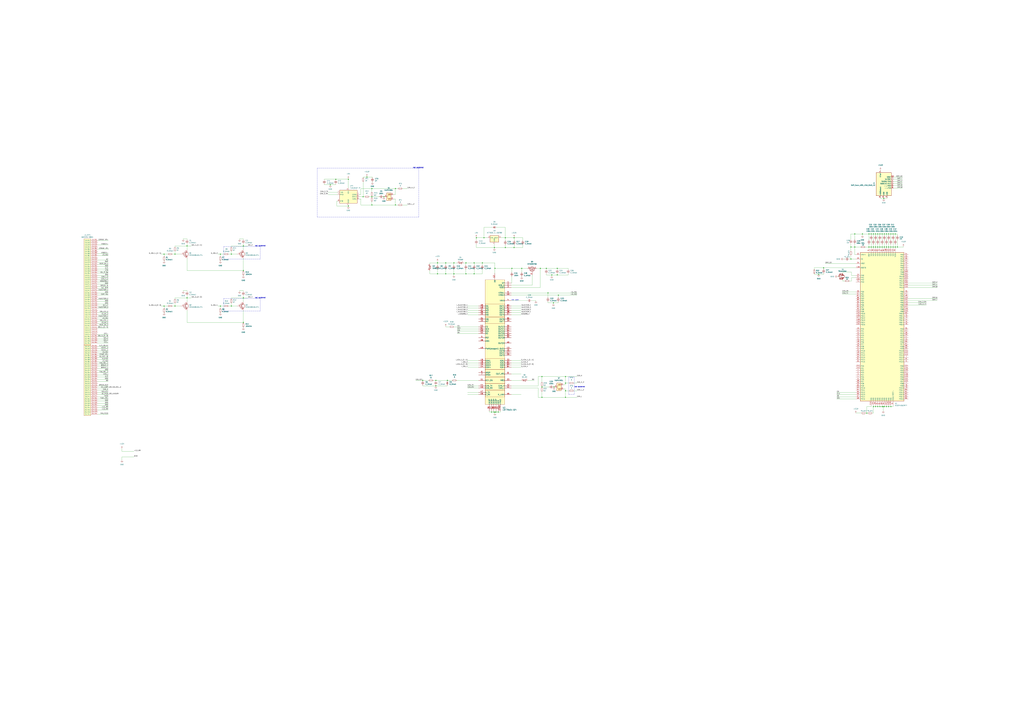
<source format=kicad_sch>
(kicad_sch (version 20211123) (generator eeschema)
  (paper "A0")
  (junction (at 1031.875 472.44))
  (junction (at 656.59 461.645))
  (junction (at 642.62 351.79))
  (junction (at 1024.255 287.02))
  (junction (at 1019.175 271.78))
  (junction (at 431.8 228.6))
  (junction (at 574.04 287.655))
  (junction (at 1001.395 271.78))
  (junction (at 550.545 305.435))
  (junction (at 988.06 300.99))
  (junction (at 431.8 238.125))
  (junction (at 1021.715 271.78))
  (junction (at 570.865 478.79))
  (junction (at 1029.335 287.02))
  (junction (at 1021.715 472.44))
  (junction (at 1042.035 287.02))
  (junction (at 629.285 461.645))
  (junction (at 1014.095 472.44))
  (junction (at 459.105 219.075))
  (junction (at 445.77 228.6))
  (junction (at 636.27 340.36))
  (junction (at 282.575 314.325))
  (junction (at 1006.475 480.06))
  (junction (at 508 318.135))
  (junction (at 596.9 287.655))
  (junction (at 575.945 478.79))
  (junction (at 1031.875 287.02))
  (junction (at 282.575 285.75))
  (junction (at 988.06 287.02))
  (junction (at 1036.955 287.02))
  (junction (at 1016.635 472.44))
  (junction (at 517.525 318.135))
  (junction (at 656.59 437.515))
  (junction (at 541.02 305.435))
  (junction (at 596.9 276.225))
  (junction (at 1014.095 271.78))
  (junction (at 255.905 355.6))
  (junction (at 1026.795 271.78))
  (junction (at 627.38 311.785))
  (junction (at 1026.16 230.505))
  (junction (at 1009.015 271.78))
  (junction (at 634.365 311.785))
  (junction (at 490.855 441.96))
  (junction (at 950.595 318.77))
  (junction (at 1025.525 472.44))
  (junction (at 1014.095 287.02))
  (junction (at 647.065 311.785))
  (junction (at 594.36 311.785))
  (junction (at 431.8 219.075))
  (junction (at 648.335 342.9))
  (junction (at 527.05 305.435))
  (junction (at 217.17 346.075))
  (junction (at 190.5 355.6))
  (junction (at 647.065 319.405))
  (junction (at 629.285 437.515))
  (junction (at 1011.555 287.02))
  (junction (at 203.2 355.6))
  (junction (at 586.74 287.655))
  (junction (at 1024.255 271.78))
  (junction (at 1019.175 287.02))
  (junction (at 586.74 276.225))
  (junction (at 1016.635 271.78))
  (junction (at 190.5 295.275))
  (junction (at 282.575 374.65))
  (junction (at 560.07 305.435))
  (junction (at 561.975 276.225))
  (junction (at 421.64 228.6))
  (junction (at 992.505 271.78))
  (junction (at 282.575 346.075))
  (junction (at 404.495 239.395))
  (junction (at 1034.415 472.44))
  (junction (at 459.105 238.125))
  (junction (at 389.89 208.28))
  (junction (at 1019.175 472.44))
  (junction (at 1039.495 271.78))
  (junction (at 1009.015 287.02))
  (junction (at 255.905 295.275))
  (junction (at 550.545 318.135))
  (junction (at 1026.795 287.02))
  (junction (at 574.675 311.785))
  (junction (at 643.255 449.58))
  (junction (at 1034.415 271.78))
  (junction (at 506.095 441.96))
  (junction (at 508 305.435))
  (junction (at 574.675 478.79))
  (junction (at 1011.555 271.78))
  (junction (at 992.505 287.02))
  (junction (at 268.605 295.275))
  (junction (at 656.59 454.025))
  (junction (at 517.525 305.435))
  (junction (at 578.485 478.79))
  (junction (at 1034.415 287.02))
  (junction (at 404.495 208.28))
  (junction (at 605.79 311.785))
  (junction (at 383.54 214.63))
  (junction (at 553.085 276.225))
  (junction (at 1016.635 287.02))
  (junction (at 1029.335 271.78))
  (junction (at 1031.875 271.78))
  (junction (at 656.59 445.135))
  (junction (at 1036.955 271.78))
  (junction (at 1021.715 287.02))
  (junction (at 1029.335 472.44))
  (junction (at 1039.495 287.02))
  (junction (at 1026.795 472.44))
  (junction (at 629.285 449.58))
  (junction (at 268.605 355.6))
  (junction (at 506.095 448.31))
  (junction (at 541.02 318.135))
  (junction (at 217.17 285.75))
  (junction (at 640.715 319.405))
  (junction (at 1024.255 472.44))
  (junction (at 519.43 441.96))
  (junction (at 956.31 311.15))
  (junction (at 203.2 295.275))
  (junction (at 573.405 478.79))
  (junction (at 426.085 205.74))
  (junction (at 527.05 318.135))
  (wire (pts (xy 956.31 318.77) (xy 950.595 318.77)))
  (wire (pts (xy 640.715 319.405) (xy 634.365 319.405)))
  (wire (pts (xy 605.79 311.785) (xy 605.79 316.23)))
  (wire (pts (xy 573.405 477.52) (xy 573.405 478.79)))
  (wire (pts (xy 978.535 326.39) (xy 978.535 325.12)))
  (wire (pts (xy 596.9 287.655) (xy 607.06 287.655)))
  (wire (pts (xy 1034.415 472.44) (xy 1031.875 472.44)))
  (wire (pts (xy 666.115 454.025) (xy 669.925 454.025)))
  (wire (pts (xy 560.07 305.435) (xy 574.675 305.435)))
  (wire (pts (xy 988.06 271.78) (xy 992.505 271.78)))
  (wire (pts (xy 1039.495 283.845) (xy 1039.495 287.02)))
  (wire (pts (xy 519.43 448.31) (xy 506.095 448.31)))
  (wire (pts (xy 986.155 300.99) (xy 988.06 300.99)))
  (wire (pts (xy 1019.175 472.44) (xy 1016.635 472.44)))
  (wire (pts (xy 113.665 402.59) (xy 125.73 402.59)))
  (wire (pts (xy 389.89 214.63) (xy 389.89 213.995)))
  (wire (pts (xy 113.665 350.52) (xy 125.73 350.52)))
  (wire (pts (xy 517.525 318.135) (xy 508 318.135)))
  (wire (pts (xy 1024.255 287.02) (xy 1024.255 288.29)))
  (wire (pts (xy 419.1 238.125) (xy 431.8 238.125)))
  (wire (pts (xy 1011.555 278.765) (xy 1011.555 287.02)))
  (wire (pts (xy 255.905 295.275) (xy 260.35 295.275)))
  (wire (pts (xy 1054.735 328.93) (xy 1088.39 328.93)))
  (wire (pts (xy 113.665 412.75) (xy 125.73 412.75)))
  (wire (pts (xy 550.545 305.435) (xy 560.07 305.435)))
  (polyline (pts (xy 302.26 361.315) (xy 259.715 361.315)))
  (wire (pts (xy 527.05 318.135) (xy 527.05 320.04)))
  (wire (pts (xy 593.725 358.14) (xy 605.155 358.14)))
  (wire (pts (xy 252.73 355.6) (xy 255.905 355.6)))
  (wire (pts (xy 656.59 454.025) (xy 656.59 461.645)))
  (wire (pts (xy 141.605 521.335) (xy 141.605 524.51)))
  (wire (pts (xy 506.095 447.675) (xy 506.095 448.31)))
  (wire (pts (xy 1042.035 271.78) (xy 1042.035 273.685)))
  (wire (pts (xy 578.485 478.79) (xy 581.025 478.79)))
  (wire (pts (xy 576.58 264.16) (xy 586.74 264.16)))
  (wire (pts (xy 1004.57 287.02) (xy 1009.015 287.02)))
  (wire (pts (xy 647.065 318.135) (xy 647.065 319.405)))
  (wire (pts (xy 648.335 342.9) (xy 669.925 342.9)))
  (wire (pts (xy 517.525 305.435) (xy 517.525 307.975)))
  (wire (pts (xy 381 226.06) (xy 391.795 226.06)))
  (wire (pts (xy 1016.635 287.02) (xy 1016.635 288.29)))
  (wire (pts (xy 113.665 461.01) (xy 125.73 461.01)))
  (wire (pts (xy 113.665 322.58) (xy 125.73 322.58)))
  (wire (pts (xy 1029.335 283.845) (xy 1029.335 287.02)))
  (wire (pts (xy 389.89 208.28) (xy 389.89 208.915)))
  (wire (pts (xy 426.085 205.105) (xy 426.085 205.74)))
  (wire (pts (xy 482.6 441.96) (xy 490.855 441.96)))
  (wire (pts (xy 542.925 355.6) (xy 555.625 355.6)))
  (wire (pts (xy 578.485 477.52) (xy 578.485 478.79)))
  (wire (pts (xy 432.435 205.74) (xy 432.435 206.375)))
  (wire (pts (xy 417.195 228.6) (xy 421.64 228.6)))
  (wire (pts (xy 612.775 441.96) (xy 620.395 441.96)))
  (wire (pts (xy 527.05 318.135) (xy 517.525 318.135)))
  (wire (pts (xy 113.665 289.56) (xy 126.365 289.56)))
  (wire (pts (xy 268.605 292.1) (xy 268.605 295.275)))
  (wire (pts (xy 627.38 311.785) (xy 622.935 311.785)))
  (wire (pts (xy 561.975 276.225) (xy 566.42 276.225)))
  (wire (pts (xy 1034.415 283.845) (xy 1034.415 287.02)))
  (wire (pts (xy 519.43 447.675) (xy 519.43 448.31)))
  (wire (pts (xy 113.665 332.74) (xy 125.73 332.74)))
  (wire (pts (xy 634.365 311.785) (xy 647.065 311.785)))
  (wire (pts (xy 1011.555 471.17) (xy 1011.555 472.44)))
  (wire (pts (xy 190.5 355.6) (xy 194.945 355.6)))
  (wire (pts (xy 647.065 311.785) (xy 659.765 311.785)))
  (wire (pts (xy 113.665 458.47) (xy 125.73 458.47)))
  (wire (pts (xy 203.2 295.275) (xy 209.55 295.275)))
  (wire (pts (xy 113.665 381) (xy 125.73 381)))
  (wire (pts (xy 113.665 365.76) (xy 125.73 365.76)))
  (wire (pts (xy 575.945 477.52) (xy 575.945 478.79)))
  (wire (pts (xy 1021.715 471.17) (xy 1021.715 472.44)))
  (wire (pts (xy 456.565 231.14) (xy 459.105 231.14)))
  (wire (pts (xy 282.575 380.365) (xy 282.575 381)))
  (wire (pts (xy 596.9 284.48) (xy 596.9 287.655)))
  (wire (pts (xy 1036.955 271.78) (xy 1039.495 271.78)))
  (wire (pts (xy 419.1 219.075) (xy 431.8 219.075)))
  (wire (pts (xy 282.575 343.535) (xy 282.575 346.075)))
  (wire (pts (xy 1031.875 287.02) (xy 1031.875 288.29)))
  (polyline (pts (xy 259.715 286.385) (xy 302.26 286.385)))
  (wire (pts (xy 993.775 311.15) (xy 956.31 311.15)))
  (polyline (pts (xy 368.3 195.58) (xy 368.3 252.095)))
  (wire (pts (xy 1036.955 471.17) (xy 1036.955 472.44)))
  (wire (pts (xy 542.925 365.76) (xy 555.625 365.76)))
  (wire (pts (xy 574.675 478.79) (xy 574.675 480.06)))
  (wire (pts (xy 459.105 231.14) (xy 459.105 238.125)))
  (wire (pts (xy 1029.335 472.44) (xy 1026.795 472.44)))
  (wire (pts (xy 574.04 287.655) (xy 574.04 288.925)))
  (wire (pts (xy 431.8 238.125) (xy 459.105 238.125)))
  (wire (pts (xy 203.2 347.345) (xy 203.2 346.075)))
  (wire (pts (xy 1024.255 472.44) (xy 1021.715 472.44)))
  (wire (pts (xy 200.025 355.6) (xy 203.2 355.6)))
  (wire (pts (xy 432.435 211.455) (xy 432.435 212.09)))
  (wire (pts (xy 541.02 305.435) (xy 550.545 305.435)))
  (wire (pts (xy 459.105 238.125) (xy 462.28 238.125)))
  (wire (pts (xy 282.575 374.65) (xy 282.575 375.285)))
  (wire (pts (xy 1034.415 271.78) (xy 1034.415 278.765)))
  (polyline (pts (xy 486.41 195.58) (xy 486.41 252.095)))
  (wire (pts (xy 417.195 226.06) (xy 419.1 226.06)))
  (wire (pts (xy 542.925 363.22) (xy 555.625 363.22)))
  (wire (pts (xy 113.665 393.7) (xy 125.73 393.7)))
  (wire (pts (xy 467.36 238.125) (xy 473.075 238.125)))
  (wire (pts (xy 141.605 524.51) (xy 155.575 524.51)))
  (wire (pts (xy 421.64 211.455) (xy 421.64 228.6)))
  (wire (pts (xy 1036.955 472.44) (xy 1034.415 472.44)))
  (wire (pts (xy 659.765 311.785) (xy 659.765 313.055)))
  (wire (pts (xy 1029.335 287.02) (xy 1029.335 288.29)))
  (wire (pts (xy 560.07 313.055) (xy 560.07 318.135)))
  (polyline (pts (xy 259.715 346.71) (xy 302.26 346.71)))
  (wire (pts (xy 490.855 441.96) (xy 497.84 441.96)))
  (wire (pts (xy 636.27 351.79) (xy 642.62 351.79)))
  (wire (pts (xy 643.255 449.58) (xy 643.89 449.58)))
  (wire (pts (xy 1026.16 230.505) (xy 1029.97 230.505)))
  (wire (pts (xy 1031.875 472.44) (xy 1029.335 472.44)))
  (wire (pts (xy 636.27 350.52) (xy 636.27 351.79)))
  (wire (pts (xy 113.665 410.21) (xy 125.73 410.21)))
  (wire (pts (xy 113.665 279.4) (xy 125.73 279.4)))
  (wire (pts (xy 656.59 437.515) (xy 656.59 445.135)))
  (wire (pts (xy 203.2 287.02) (xy 203.2 285.75)))
  (wire (pts (xy 113.665 425.45) (xy 125.73 425.45)))
  (wire (pts (xy 596.9 276.225) (xy 596.9 275.59)))
  (wire (pts (xy 113.665 317.5) (xy 125.73 317.5)))
  (wire (pts (xy 376.555 208.915) (xy 376.555 208.28)))
  (wire (pts (xy 1006.475 480.06) (xy 1007.745 480.06)))
  (wire (pts (xy 1014.095 472.44) (xy 1014.095 471.17)))
  (wire (pts (xy 1054.735 331.47) (xy 1088.39 331.47)))
  (wire (pts (xy 113.665 320.04) (xy 125.73 320.04)))
  (wire (pts (xy 113.665 433.07) (xy 125.73 433.07)))
  (wire (pts (xy 499.11 318.135) (xy 499.11 314.325)))
  (wire (pts (xy 490.855 441.96) (xy 490.855 442.595)))
  (wire (pts (xy 607.06 276.225) (xy 596.9 276.225)))
  (polyline (pts (xy 302.26 346.71) (xy 302.26 361.315)))
  (wire (pts (xy 605.79 321.31) (xy 605.79 321.945)))
  (wire (pts (xy 993.775 480.06) (xy 1000.125 480.06)))
  (wire (pts (xy 530.86 384.81) (xy 555.625 384.81)))
  (wire (pts (xy 1019.175 271.78) (xy 1019.175 278.765)))
  (wire (pts (xy 581.025 477.52) (xy 581.025 478.79)))
  (wire (pts (xy 113.665 353.06) (xy 125.73 353.06)))
  (wire (pts (xy 593.725 331.47) (xy 617.855 331.47)))
  (wire (pts (xy 212.725 277.495) (xy 217.17 277.495)))
  (wire (pts (xy 282.575 290.195) (xy 282.575 285.75)))
  (wire (pts (xy 217.17 283.21) (xy 217.17 285.75)))
  (wire (pts (xy 1026.795 271.78) (xy 1026.795 273.685)))
  (wire (pts (xy 252.73 295.275) (xy 255.905 295.275)))
  (wire (pts (xy 113.665 476.25) (xy 125.73 476.25)))
  (wire (pts (xy 527.05 379.73) (xy 555.625 379.73)))
  (wire (pts (xy 508 305.435) (xy 499.11 305.435)))
  (wire (pts (xy 113.665 314.96) (xy 125.73 314.96)))
  (wire (pts (xy 560.07 305.435) (xy 560.07 307.975)))
  (wire (pts (xy 467.36 219.075) (xy 473.075 219.075)))
  (wire (pts (xy 956.31 311.15) (xy 956.31 312.42)))
  (wire (pts (xy 203.2 346.075) (xy 217.17 346.075)))
  (wire (pts (xy 113.665 427.99) (xy 125.73 427.99)))
  (wire (pts (xy 1014.095 271.78) (xy 1016.635 271.78)))
  (wire (pts (xy 1021.715 278.765) (xy 1021.715 287.02)))
  (wire (pts (xy 541.02 318.135) (xy 527.05 318.135)))
  (wire (pts (xy 594.36 328.93) (xy 593.725 328.93)))
  (wire (pts (xy 255.905 295.275) (xy 255.905 297.815)))
  (wire (pts (xy 624.84 437.515) (xy 629.285 437.515)))
  (wire (pts (xy 431.8 227.965) (xy 431.8 228.6)))
  (wire (pts (xy 282.575 314.325) (xy 282.575 314.96)))
  (wire (pts (xy 629.285 437.515) (xy 629.285 443.865)))
  (wire (pts (xy 217.17 285.75) (xy 222.25 285.75)))
  (wire (pts (xy 217.17 290.195) (xy 217.17 285.75)))
  (wire (pts (xy 1024.255 471.17) (xy 1024.255 472.44)))
  (wire (pts (xy 200.025 295.275) (xy 203.2 295.275)))
  (wire (pts (xy 268.605 287.02) (xy 268.605 285.75)))
  (wire (pts (xy 508 305.435) (xy 508 307.975)))
  (wire (pts (xy 1029.335 271.78) (xy 1029.335 278.765)))
  (wire (pts (xy 217.17 350.52) (xy 217.17 346.075)))
  (wire (pts (xy 376.555 213.995) (xy 376.555 214.63)))
  (wire (pts (xy 629.285 461.645) (xy 656.59 461.645)))
  (wire (pts (xy 1036.955 287.02) (xy 1039.495 287.02)))
  (wire (pts (xy 654.05 452.12) (xy 656.59 452.12)))
  (wire (pts (xy 217.17 360.68) (xy 217.17 374.65)))
  (wire (pts (xy 502.92 441.96) (xy 506.095 441.96)))
  (wire (pts (xy 561.975 264.16) (xy 561.975 276.225)))
  (wire (pts (xy 988.06 296.545) (xy 988.06 300.99)))
  (wire (pts (xy 278.13 338.455) (xy 278.13 337.82)))
  (wire (pts (xy 574.675 305.435) (xy 574.675 311.785)))
  (wire (pts (xy 282.575 300.355) (xy 282.575 314.325)))
  (wire (pts (xy 459.105 219.075) (xy 462.28 219.075)))
  (wire (pts (xy 376.555 214.63) (xy 383.54 214.63)))
  (wire (pts (xy 1009.015 283.845) (xy 1009.015 287.02)))
  (polyline (pts (xy 660.4 458.47) (xy 660.4 438.15)))
  (wire (pts (xy 1029.335 471.17) (xy 1029.335 472.44)))
  (wire (pts (xy 971.55 463.55) (xy 993.775 463.55)))
  (wire (pts (xy 574.675 478.79) (xy 575.945 478.79)))
  (wire (pts (xy 1026.795 287.02) (xy 1029.335 287.02)))
  (wire (pts (xy 581.66 276.225) (xy 586.74 276.225)))
  (wire (pts (xy 383.54 214.63) (xy 389.89 214.63)))
  (wire (pts (xy 113.665 473.71) (xy 125.73 473.71)))
  (wire (pts (xy 268.605 355.6) (xy 274.955 355.6)))
  (wire (pts (xy 1025.525 472.44) (xy 1025.525 477.52)))
  (wire (pts (xy 217.17 337.82) (xy 217.17 338.455)))
  (wire (pts (xy 1005.205 480.06) (xy 1006.475 480.06)))
  (wire (pts (xy 593.725 342.9) (xy 648.335 342.9)))
  (wire (pts (xy 1042.035 278.765) (xy 1042.035 287.02)))
  (wire (pts (xy 1031.875 278.765) (xy 1031.875 287.02)))
  (wire (pts (xy 113.665 294.64) (xy 125.73 294.64)))
  (wire (pts (xy 421.64 205.74) (xy 421.64 206.375)))
  (wire (pts (xy 404.495 240.03) (xy 404.495 239.395)))
  (wire (pts (xy 647.065 311.785) (xy 647.065 313.055)))
  (wire (pts (xy 993.775 295.91) (xy 992.505 295.91)))
  (wire (pts (xy 113.665 297.18) (xy 125.73 297.18)))
  (wire (pts (xy 656.59 454.025) (xy 661.035 454.025)))
  (wire (pts (xy 113.665 422.91) (xy 125.73 422.91)))
  (wire (pts (xy 1011.555 271.78) (xy 1014.095 271.78)))
  (wire (pts (xy 1054.735 334.01) (xy 1088.39 334.01)))
  (wire (pts (xy 113.665 448.31) (xy 125.73 448.31)))
  (wire (pts (xy 265.43 355.6) (xy 268.605 355.6)))
  (wire (pts (xy 643.255 450.215) (xy 643.255 449.58)))
  (wire (pts (xy 113.665 450.85) (xy 125.73 450.85)))
  (wire (pts (xy 1031.875 271.78) (xy 1034.415 271.78)))
  (wire (pts (xy 282.575 277.495) (xy 282.575 278.13)))
  (wire (pts (xy 1037.59 213.36) (xy 1047.75 213.36)))
  (wire (pts (xy 617.855 319.405) (xy 617.855 331.47)))
  (wire (pts (xy 656.59 461.645) (xy 669.925 461.645)))
  (wire (pts (xy 593.725 424.18) (xy 605.155 424.18)))
  (wire (pts (xy 490.855 448.31) (xy 490.855 447.675)))
  (wire (pts (xy 958.215 306.07) (xy 993.775 306.07)))
  (wire (pts (xy 190.5 355.6) (xy 190.5 358.14)))
  (wire (pts (xy 574.675 311.785) (xy 574.675 317.5)))
  (wire (pts (xy 217.17 374.65) (xy 282.575 374.65)))
  (wire (pts (xy 1034.415 287.02) (xy 1036.955 287.02)))
  (wire (pts (xy 629.285 449.58) (xy 637.54 449.58)))
  (wire (pts (xy 571.5 264.16) (xy 561.975 264.16)))
  (wire (pts (xy 1014.095 287.02) (xy 1016.635 287.02)))
  (wire (pts (xy 113.665 435.61) (xy 125.73 435.61)))
  (wire (pts (xy 542.925 426.72) (xy 555.625 426.72)))
  (polyline (pts (xy 302.26 300.99) (xy 259.715 300.99)))
  (wire (pts (xy 530.225 441.96) (xy 555.625 441.96)))
  (wire (pts (xy 1036.955 271.78) (xy 1036.955 273.685)))
  (wire (pts (xy 992.505 287.02) (xy 999.49 287.02)))
  (wire (pts (xy 596.9 276.225) (xy 596.9 279.4)))
  (wire (pts (xy 542.925 358.14) (xy 555.625 358.14)))
  (wire (pts (xy 1012.825 480.06) (xy 1014.095 480.06)))
  (wire (pts (xy 1036.955 278.765) (xy 1036.955 287.02)))
  (wire (pts (xy 666.115 445.135) (xy 669.925 445.135)))
  (wire (pts (xy 542.925 424.18) (xy 555.625 424.18)))
  (wire (pts (xy 431.8 219.075) (xy 431.8 222.885)))
  (wire (pts (xy 568.325 477.52) (xy 568.325 478.79)))
  (wire (pts (xy 1049.02 287.02) (xy 1042.035 287.02)))
  (wire (pts (xy 978.535 326.39) (xy 981.075 326.39)))
  (wire (pts (xy 1001.395 271.78) (xy 1001.395 273.685)))
  (wire (pts (xy 445.135 228.6) (xy 445.77 228.6)))
  (wire (pts (xy 431.8 219.075) (xy 459.105 219.075)))
  (wire (pts (xy 113.665 438.15) (xy 125.73 438.15)))
  (wire (pts (xy 1026.16 229.87) (xy 1026.16 230.505)))
  (wire (pts (xy 113.665 471.17) (xy 125.73 471.17)))
  (wire (pts (xy 517.525 379.73) (xy 517.525 379.095)))
  (wire (pts (xy 659.765 318.135) (xy 659.765 319.405)))
  (wire (pts (xy 255.905 363.22) (xy 255.905 363.855)))
  (polyline (pts (xy 660.4 438.15) (xy 666.75 438.15)))
  (wire (pts (xy 636.27 340.36) (xy 636.27 345.44)))
  (wire (pts (xy 1039.495 271.78) (xy 1042.035 271.78)))
  (wire (pts (xy 113.665 358.14) (xy 125.73 358.14)))
  (wire (pts (xy 190.5 295.275) (xy 190.5 297.815)))
  (wire (pts (xy 1039.495 287.02) (xy 1039.495 288.29)))
  (wire (pts (xy 541.02 305.435) (xy 541.02 307.975)))
  (wire (pts (xy 542.925 360.68) (xy 555.625 360.68)))
  (wire (pts (xy 113.665 325.12) (xy 125.73 325.12)))
  (wire (pts (xy 573.405 478.79) (xy 574.675 478.79)))
  (wire (pts (xy 113.665 363.22) (xy 125.73 363.22)))
  (wire (pts (xy 113.665 443.23) (xy 125.73 443.23)))
  (wire (pts (xy 508 305.435) (xy 517.525 305.435)))
  (wire (pts (xy 426.085 205.74) (xy 432.435 205.74)))
  (wire (pts (xy 553.085 276.225) (xy 561.975 276.225)))
  (wire (pts (xy 555.625 455.93) (xy 542.925 455.93)))
  (wire (pts (xy 586.74 284.48) (xy 586.74 287.655)))
  (wire (pts (xy 1029.97 229.87) (xy 1029.97 230.505)))
  (wire (pts (xy 986.155 326.39) (xy 988.695 326.39)))
  (wire (pts (xy 1024.255 271.78) (xy 1026.795 271.78)))
  (wire (pts (xy 640.715 319.405) (xy 640.715 320.675)))
  (wire (pts (xy 629.285 448.945) (xy 629.285 449.58)))
  (wire (pts (xy 419.1 226.06) (xy 419.1 219.075)))
  (wire (pts (xy 203.2 355.6) (xy 209.55 355.6)))
  (wire (pts (xy 988.06 300.99) (xy 993.775 300.99)))
  (wire (pts (xy 1011.555 271.78) (xy 1011.555 273.685)))
  (wire (pts (xy 1054.735 346.71) (xy 1088.39 346.71)))
  (wire (pts (xy 517.525 313.055) (xy 517.525 318.135)))
  (wire (pts (xy 268.605 347.345) (xy 268.605 346.075)))
  (wire (pts (xy 1022.35 230.505) (xy 1026.16 230.505)))
  (wire (pts (xy 1031.875 471.17) (xy 1031.875 472.44)))
  (wire (pts (xy 268.605 346.075) (xy 282.575 346.075)))
  (wire (pts (xy 945.515 318.77) (xy 950.595 318.77)))
  (wire (pts (xy 1016.635 271.78) (xy 1019.175 271.78)))
  (wire (pts (xy 555.625 458.47) (xy 542.925 458.47)))
  (wire (pts (xy 113.665 481.33) (xy 125.73 481.33)))
  (wire (pts (xy 593.725 355.6) (xy 605.155 355.6)))
  (wire (pts (xy 282.575 360.68) (xy 282.575 374.65)))
  (wire (pts (xy 1024.255 287.02) (xy 1026.795 287.02)))
  (wire (pts (xy 1024.255 283.845) (xy 1024.255 287.02)))
  (wire (pts (xy 278.13 278.13) (xy 278.13 277.495)))
  (wire (pts (xy 1021.715 271.78) (xy 1024.255 271.78)))
  (wire (pts (xy 560.07 318.135) (xy 550.545 318.135)))
  (wire (pts (xy 1034.415 471.17) (xy 1034.415 472.44)))
  (wire (pts (xy 217.17 300.355) (xy 217.17 314.325)))
  (wire (pts (xy 255.905 355.6) (xy 260.35 355.6)))
  (polyline (pts (xy 486.41 252.095) (xy 368.3 252.095)))
  (wire (pts (xy 506.095 441.96) (xy 519.43 441.96)))
  (wire (pts (xy 634.365 311.785) (xy 634.365 313.055)))
  (wire (pts (xy 593.725 349.25) (xy 612.14 349.25)))
  (wire (pts (xy 629.285 455.295) (xy 629.285 461.645)))
  (wire (pts (xy 607.06 284.48) (xy 607.06 287.655)))
  (wire (pts (xy 586.74 276.225) (xy 596.9 276.225)))
  (wire (pts (xy 988.695 322.58) (xy 988.695 326.39)))
  (wire (pts (xy 553.085 276.225) (xy 553.085 278.765)))
  (wire (pts (xy 187.325 355.6) (xy 190.5 355.6)))
  (wire (pts (xy 1011.555 287.02) (xy 1011.555 288.29)))
  (wire (pts (xy 212.725 338.455) (xy 212.725 337.82)))
  (wire (pts (xy 113.665 355.6) (xy 125.73 355.6)))
  (wire (pts (xy 1026.795 278.765) (xy 1026.795 287.02)))
  (wire (pts (xy 993.775 322.58) (xy 988.695 322.58)))
  (wire (pts (xy 419.1 231.14) (xy 419.1 238.125)))
  (wire (pts (xy 593.725 426.72) (xy 605.155 426.72)))
  (wire (pts (xy 550.545 305.435) (xy 550.545 307.975)))
  (wire (pts (xy 1009.015 278.765) (xy 1009.015 271.78)))
  (wire (pts (xy 381 223.52) (xy 391.795 223.52)))
  (wire (pts (xy 979.17 300.99) (xy 981.075 300.99)))
  (wire (pts (xy 629.285 437.515) (xy 656.59 437.515)))
  (wire (pts (xy 553.085 287.655) (xy 574.04 287.655)))
  (wire (pts (xy 656.59 445.135) (xy 656.59 447.04)))
  (wire (pts (xy 431.8 234.315) (xy 431.8 238.125)))
  (wire (pts (xy 278.13 337.82) (xy 282.575 337.82)))
  (wire (pts (xy 456.565 226.06) (xy 459.105 226.06)))
  (wire (pts (xy 113.665 370.84) (xy 125.73 370.84)))
  (wire (pts (xy 113.665 417.83) (xy 125.73 417.83)))
  (polyline (pts (xy 666.75 438.15) (xy 666.75 458.47)))
  (wire (pts (xy 113.665 373.38) (xy 125.73 373.38)))
  (wire (pts (xy 647.065 319.405) (xy 659.765 319.405)))
  (wire (pts (xy 1037.59 205.74) (xy 1047.75 205.74)))
  (wire (pts (xy 217.17 277.495) (xy 217.17 278.13)))
  (wire (pts (xy 627.38 311.785) (xy 634.365 311.785)))
  (wire (pts (xy 956.31 317.5) (xy 956.31 318.77)))
  (wire (pts (xy 141.605 534.67) (xy 141.605 530.86)))
  (wire (pts (xy 1054.735 351.79) (xy 1075.69 351.79)))
  (wire (pts (xy 594.36 321.31) (xy 594.36 328.93)))
  (wire (pts (xy 1031.875 271.78) (xy 1031.875 273.685)))
  (wire (pts (xy 648.335 342.9) (xy 648.335 345.44)))
  (wire (pts (xy 404.495 208.28) (xy 404.495 207.645)))
  (wire (pts (xy 431.8 228.6) (xy 431.8 229.235)))
  (wire (pts (xy 1001.395 271.78) (xy 1009.015 271.78)))
  (wire (pts (xy 648.335 351.79) (xy 648.335 350.52)))
  (wire (pts (xy 605.79 311.785) (xy 612.775 311.785)))
  (wire (pts (xy 1016.635 471.17) (xy 1016.635 472.44)))
  (wire (pts (xy 1019.175 287.02) (xy 1019.175 288.29)))
  (wire (pts (xy 977.9 339.09) (xy 993.775 339.09)))
  (wire (pts (xy 113.665 340.36) (xy 125.73 340.36)))
  (wire (pts (xy 428.625 228.6) (xy 431.8 228.6)))
  (wire (pts (xy 113.665 307.34) (xy 125.73 307.34)))
  (wire (pts (xy 624.84 461.645) (xy 629.285 461.645)))
  (wire (pts (xy 391.16 239.395) (xy 404.495 239.395)))
  (wire (pts (xy 530.86 382.27) (xy 555.625 382.27)))
  (wire (pts (xy 1037.59 208.28) (xy 1047.75 208.28)))
  (wire (pts (xy 268.605 295.275) (xy 274.955 295.275)))
  (wire (pts (xy 945.515 318.77) (xy 945.515 318.135)))
  (wire (pts (xy 113.665 468.63) (xy 125.73 468.63)))
  (wire (pts (xy 282.575 346.075) (xy 287.655 346.075)))
  (wire (pts (xy 421.64 205.74) (xy 426.085 205.74)))
  (wire (pts (xy 278.13 277.495) (xy 282.575 277.495)))
  (wire (pts (xy 113.665 398.78) (xy 125.73 398.78)))
  (wire (pts (xy 642.62 351.79) (xy 648.335 351.79)))
  (wire (pts (xy 217.17 314.325) (xy 282.575 314.325)))
  (wire (pts (xy 992.505 278.13) (xy 992.505 271.78)))
  (wire (pts (xy 1021.715 472.44) (xy 1019.175 472.44)))
  (wire (pts (xy 586.74 287.655) (xy 596.9 287.655)))
  (wire (pts (xy 593.725 363.22) (xy 605.155 363.22)))
  (wire (pts (xy 255.905 355.6) (xy 255.905 358.14)))
  (wire (pts (xy 945.515 311.15) (xy 956.31 311.15)))
  (wire (pts (xy 113.665 415.29) (xy 125.73 415.29)))
  (wire (pts (xy 575.945 478.79) (xy 578.485 478.79)))
  (wire (pts (xy 506.095 448.31) (xy 490.855 448.31)))
  (wire (pts (xy 971.55 455.93) (xy 993.775 455.93)))
  (wire (pts (xy 113.665 375.92) (xy 125.73 375.92)))
  (wire (pts (xy 527.05 305.435) (xy 530.86 305.435)))
  (wire (pts (xy 404.495 208.28) (xy 404.495 218.44)))
  (wire (pts (xy 113.665 455.93) (xy 125.73 455.93)))
  (wire (pts (xy 190.5 295.275) (xy 194.945 295.275)))
  (wire (pts (xy 113.665 405.13) (xy 125.73 405.13)))
  (wire (pts (xy 376.555 208.28) (xy 389.89 208.28)))
  (wire (pts (xy 391.16 233.68) (xy 391.16 239.395)))
  (wire (pts (xy 553.085 283.845) (xy 553.085 287.655)))
  (wire (pts (xy 1019.175 287.02) (xy 1021.715 287.02)))
  (wire (pts (xy 1039.495 271.78) (xy 1039.495 278.765)))
  (wire (pts (xy 1022.35 229.87) (xy 1022.35 230.505)))
  (wire (pts (xy 113.665 347.98) (xy 125.73 347.98)))
  (wire (pts (xy 113.665 396.24) (xy 125.73 396.24)))
  (wire (pts (xy 636.27 340.36) (xy 669.925 340.36)))
  (wire (pts (xy 555.625 450.85) (xy 542.925 450.85)))
  (wire (pts (xy 113.665 407.67) (xy 125.73 407.67)))
  (polyline (pts (xy 660.4 438.15) (xy 661.035 438.15)))
  (wire (pts (xy 1021.715 287.02) (xy 1021.715 288.29)))
  (wire (pts (xy 541.02 313.055) (xy 541.02 318.135)))
  (wire (pts (xy 977.9 341.63) (xy 993.775 341.63)))
  (wire (pts (xy 1026.795 472.44) (xy 1025.525 472.44)))
  (wire (pts (xy 1006.475 472.44) (xy 1006.475 480.06)))
  (wire (pts (xy 1054.735 349.25) (xy 1088.39 349.25)))
  (wire (pts (xy 217.17 346.075) (xy 222.25 346.075)))
  (wire (pts (xy 1021.715 271.78) (xy 1021.715 273.685)))
  (wire (pts (xy 1019.175 283.845) (xy 1019.175 287.02)))
  (wire (pts (xy 113.665 330.2) (xy 125.73 330.2)))
  (wire (pts (xy 570.865 477.52) (xy 570.865 478.79)))
  (wire (pts (xy 1014.095 283.845) (xy 1014.095 287.02)))
  (wire (pts (xy 265.43 295.275) (xy 268.605 295.275)))
  (wire (pts (xy 113.665 304.8) (xy 125.73 304.8)))
  (wire (pts (xy 1022.35 197.485) (xy 1022.35 198.12)))
  (wire (pts (xy 282.575 320.04) (xy 282.575 320.675)))
  (wire (pts (xy 624.84 450.85) (xy 624.84 461.645)))
  (wire (pts (xy 113.665 327.66) (xy 125.73 327.66)))
  (wire (pts (xy 1037.59 215.9) (xy 1047.75 215.9)))
  (wire (pts (xy 550.545 318.135) (xy 541.02 318.135)))
  (wire (pts (xy 570.865 478.79) (xy 573.405 478.79)))
  (wire (pts (xy 113.665 284.48) (xy 125.73 284.48)))
  (wire (pts (xy 593.725 450.85) (xy 624.84 450.85)))
  (wire (pts (xy 993.775 320.04) (xy 988.695 320.04)))
  (wire (pts (xy 113.665 378.46) (xy 125.73 378.46)))
  (wire (pts (xy 992.505 287.02) (xy 992.505 295.91)))
  (wire (pts (xy 517.525 305.435) (xy 527.05 305.435)))
  (wire (pts (xy 113.665 388.62) (xy 125.73 388.62)))
  (wire (pts (xy 499.11 305.435) (xy 499.11 306.705)))
  (wire (pts (xy 212.725 278.13) (xy 212.725 277.495)))
  (wire (pts (xy 1031.875 287.02) (xy 1034.415 287.02)))
  (wire (pts (xy 527.05 313.055) (xy 527.05 318.135)))
  (polyline (pts (xy 302.26 286.385) (xy 302.26 300.99)))
  (wire (pts (xy 1026.795 287.02) (xy 1026.795 288.29)))
  (wire (pts (xy 593.725 458.47) (xy 605.155 458.47)))
  (wire (pts (xy 593.725 434.34) (xy 605.155 434.34)))
  (wire (pts (xy 622.3 349.25) (xy 622.3 349.885)))
  (wire (pts (xy 113.665 391.16) (xy 125.73 391.16)))
  (wire (pts (xy 988.695 316.23) (xy 978.535 316.23)))
  (wire (pts (xy 1029.335 271.78) (xy 1031.875 271.78)))
  (wire (pts (xy 654.05 447.04) (xy 656.59 447.04)))
  (wire (pts (xy 1037.59 210.82) (xy 1047.75 210.82)))
  (wire (pts (xy 553.085 275.59) (xy 553.085 276.225)))
  (wire (pts (xy 431.8 228.6) (xy 440.055 228.6)))
  (wire (pts (xy 574.675 311.785) (xy 594.36 311.785)))
  (polyline (pts (xy 259.715 286.385) (xy 259.715 300.99)))
  (wire (pts (xy 634.365 319.405) (xy 634.365 318.135)))
  (wire (pts (xy 445.77 229.235) (xy 445.77 228.6)))
  (wire (pts (xy 988.06 287.02) (xy 992.505 287.02)))
  (wire (pts (xy 113.665 420.37) (xy 125.73 420.37)))
  (wire (pts (xy 992.505 283.21) (xy 992.505 287.02)))
  (wire (pts (xy 113.665 463.55) (xy 125.73 463.55)))
  (wire (pts (xy 971.55 458.47) (xy 993.775 458.47)))
  (wire (pts (xy 593.725 340.36) (xy 636.27 340.36)))
  (wire (pts (xy 586.74 276.225) (xy 586.74 279.4)))
  (wire (pts (xy 594.36 311.785) (xy 605.79 311.785)))
  (wire (pts (xy 282.575 283.21) (xy 282.575 285.75)))
  (wire (pts (xy 113.665 335.28) (xy 125.73 335.28)))
  (wire (pts (xy 1016.635 271.78) (xy 1016.635 273.685)))
  (wire (pts (xy 421.64 228.6) (xy 423.545 228.6)))
  (wire (pts (xy 113.665 440.69) (xy 125.73 440.69)))
  (wire (pts (xy 508 313.055) (xy 508 318.135)))
  (wire (pts (xy 642.62 351.79) (xy 642.62 353.06)))
  (wire (pts (xy 988.06 291.465) (xy 988.06 287.02)))
  (wire (pts (xy 992.505 271.78) (xy 1001.395 271.78)))
  (wire (pts (xy 113.665 430.53) (xy 125.73 430.53)))
  (wire (pts (xy 282.575 285.75) (xy 287.655 285.75)))
  (wire (pts (xy 642.62 449.58) (xy 643.255 449.58)))
  (wire (pts (xy 527.05 305.435) (xy 527.05 307.975)))
  (wire (pts (xy 945.515 311.15) (xy 945.515 313.055)))
  (wire (pts (xy 1014.095 287.02) (xy 1014.095 288.29)))
  (wire (pts (xy 538.48 305.435) (xy 541.02 305.435)))
  (wire (pts (xy 1026.16 230.505) (xy 1026.16 231.14)))
  (wire (pts (xy 113.665 368.3) (xy 125.73 368.3)))
  (wire (pts (xy 141.605 530.86) (xy 155.575 530.86)))
  (wire (pts (xy 506.095 441.96) (xy 506.095 442.595)))
  (wire (pts (xy 988.695 320.04) (xy 988.695 316.23)))
  (wire (pts (xy 656.59 437.515) (xy 669.925 437.515)))
  (wire (pts (xy 1049.02 286.385) (xy 1049.02 287.02)))
  (wire (pts (xy 187.325 295.275) (xy 190.5 295.275)))
  (wire (pts (xy 1014.095 278.765) (xy 1014.095 271.78)))
  (wire (pts (xy 586.74 264.16) (xy 586.74 276.225)))
  (wire (pts (xy 593.725 421.64) (xy 605.155 421.64)))
  (wire (pts (xy 217.17 343.535) (xy 217.17 346.075)))
  (wire (pts (xy 627.38 334.01) (xy 627.38 311.785)))
  (wire (pts (xy 647.065 319.405) (xy 640.715 319.405)))
  (wire (pts (xy 972.185 321.31) (xy 973.455 321.31)))
  (polyline (pts (xy 368.3 195.58) (xy 486.41 195.58)))
  (wire (pts (xy 113.665 337.82) (xy 125.73 337.82)))
  (wire (pts (xy 212.725 337.82) (xy 217.17 337.82)))
  (wire (pts (xy 593.725 365.76) (xy 605.155 365.76)))
  (wire (pts (xy 542.925 448.31) (xy 555.625 448.31)))
  (wire (pts (xy 268.605 285.75) (xy 282.575 285.75)))
  (wire (pts (xy 517.525 379.73) (xy 521.97 379.73)))
  (wire (pts (xy 656.59 445.135) (xy 661.035 445.135)))
  (wire (pts (xy 1054.735 354.33) (xy 1075.69 354.33)))
  (wire (pts (xy 1019.175 271.78) (xy 1021.715 271.78)))
  (wire (pts (xy 459.105 226.06) (xy 459.105 219.075)))
  (wire (pts (xy 1042.035 287.02) (xy 1039.495 287.02)))
  (wire (pts (xy 1016.635 472.44) (xy 1014.095 472.44)))
  (wire (pts (xy 593.725 448.31) (xy 624.84 448.31)))
  (wire (pts (xy 988.06 278.13) (xy 988.06 271.78)))
  (wire (pts (xy 519.43 441.96) (xy 525.145 441.96)))
  (wire (pts (xy 417.195 231.14) (xy 419.1 231.14)))
  (wire (pts (xy 1036.955 287.02) (xy 1036.955 288.29)))
  (wire (pts (xy 993.775 461.01) (xy 971.55 461.01)))
  (wire (pts (xy 519.43 441.96) (xy 519.43 442.595)))
  (wire (pts (xy 607.06 276.225) (xy 607.06 279.4)))
  (wire (pts (xy 617.22 349.25) (xy 622.3 349.25)))
  (wire (pts (xy 1034.415 271.78) (xy 1036.955 271.78)))
  (wire (pts (xy 629.285 449.58) (xy 629.285 450.215)))
  (wire (pts (xy 542.925 421.64) (xy 555.625 421.64)))
  (wire (pts (xy 574.04 287.655) (xy 586.74 287.655)))
  (wire (pts (xy 391.795 233.68) (xy 391.16 233.68)))
  (wire (pts (xy 255.905 302.895) (xy 255.905 303.53)))
  (wire (pts (xy 1024.255 271.78) (xy 1024.255 278.765)))
  (wire (pts (xy 113.665 302.26) (xy 125.73 302.26)))
  (wire (pts (xy 1009.015 287.02) (xy 1009.015 288.29)))
  (wire (pts (xy 988.06 283.21) (xy 988.06 287.02)))
  (wire (pts (xy 282.575 350.52) (xy 282.575 346.075)))
  (wire (pts (xy 593.725 419.1) (xy 605.155 419.1)))
  (wire (pts (xy 203.2 285.75) (xy 217.17 285.75)))
  (wire (pts (xy 568.325 478.79) (xy 570.865 478.79)))
  (wire (pts (xy 1011.555 287.02) (xy 1014.095 287.02)))
  (wire (pts (xy 203.2 352.425) (xy 203.2 355.6)))
  (wire (pts (xy 1026.795 271.78) (xy 1029.335 271.78)))
  (wire (pts (xy 113.665 309.88) (xy 125.73 309.88)))
  (wire (pts (xy 203.2 292.1) (xy 203.2 295.275)))
  (wire (pts (xy 508 318.135) (xy 499.11 318.135)))
  (wire (pts (xy 550.545 313.055) (xy 550.545 318.135)))
  (wire (pts (xy 594.36 311.785) (xy 594.36 316.23)))
  (wire (pts (xy 1021.715 287.02) (xy 1024.255 287.02)))
  (wire (pts (xy 113.665 342.9) (xy 125.73 342.9)))
  (wire (pts (xy 445.77 228.6) (xy 446.405 228.6)))
  (wire (pts (xy 593.725 334.01) (xy 627.38 334.01)))
  (wire (pts (xy 508 303.53) (xy 508 305.435)))
  (wire (pts (xy 542.925 419.1) (xy 555.625 419.1)))
  (wire (pts (xy 593.725 360.68) (xy 605.155 360.68)))
  (wire (pts (xy 113.665 453.39) (xy 125.73 453.39)))
  (wire (pts (xy 268.605 352.425) (xy 268.605 355.6)))
  (wire (pts (xy 190.5 303.53) (xy 190.5 302.895)))
  (wire (pts (xy 113.665 466.09) (xy 125.73 466.09)))
  (wire (pts (xy 1025.525 472.44) (xy 1024.255 472.44)))
  (wire (pts (xy 1009.015 271.78) (xy 1011.555 271.78)))
  (wire (pts (xy 1016.635 278.765) (xy 1016.635 287.02)))
  (wire (pts (xy 624.84 448.31) (xy 624.84 437.515)))
  (wire (pts (xy 383.54 214.63) (xy 383.54 215.265)))
  (wire (pts (xy 1034.415 287.02) (xy 1034.415 288.29)))
  (wire (pts (xy 190.5 363.22) (xy 190.5 363.855)))
  (wire (pts (xy 574.04 283.845) (xy 574.04 287.655)))
  (wire (pts (xy 389.89 208.28) (xy 404.495 208.28)))
  (wire (pts (xy 593.725 441.96) (xy 605.155 441.96)))
  (wire (pts (xy 282.575 337.82) (xy 282.575 338.455)))
  (wire (pts (xy 978.535 316.23) (xy 978.535 317.5)))
  (wire (pts (xy 1009.015 287.02) (xy 1011.555 287.02)))
  (polyline (pts (xy 259.715 346.71) (xy 259.715 361.315)))
  (wire (pts (xy 555.625 387.35) (xy 530.86 387.35)))
  (wire (pts (xy 1019.175 471.17) (xy 1019.175 472.44)))
  (wire (pts (xy 1016.635 287.02) (xy 1019.175 287.02)))
  (wire (pts (xy 404.495 238.76) (xy 404.495 239.395)))
  (wire (pts (xy 506.095 448.31) (xy 506.095 448.945)))
  (wire (pts (xy 1037.59 218.44) (xy 1047.75 218.44)))
  (wire (pts (xy 1011.555 472.44) (xy 1006.475 472.44)))
  (wire (pts (xy 1014.095 480.06) (xy 1014.095 472.44)))
  (wire (pts (xy 113.665 312.42) (xy 125.73 312.42)))
  (wire (pts (xy 656.59 454.025) (xy 656.59 452.12)))
  (polyline (pts (xy 666.75 458.47) (xy 660.4 458.47)))
  (wire (pts (xy 1026.795 471.17) (xy 1026.795 472.44)))
  (wire (pts (xy 1029.335 287.02) (xy 1031.875 287.02)))
  (text "not soldered" (at 295.91 346.71 0) (effects (font (size 1.27 1.27) (thickness 0.254) bold) (justify left bottom)))
  (text "not used" (at 593.725 349.25 0) (effects (font (size 1.27 1.27)) (justify left bottom)))
  (text "not soldered" (at 479.425 195.58 0) (effects (font (size 1.27 1.27) (thickness 0.254) bold) (justify left bottom)))
  (text "not soldered" (at 666.75 450.215 0) (effects (font (size 1.27 1.27) (thickness 0.254) bold) (justify left bottom)))
  (text "not soldered" (at 295.91 286.385 0) (effects (font (size 1.27 1.27) (thickness 0.254) bold) (justify left bottom)))
  (label "DAP_4" (at 1088.39 331.47 180))
  (label "INJECTOR_2" (at 125.73 347.98 180))
  (label "ETC-" (at 125.73 388.62 180))
  (label "DIN" (at 971.55 463.55 0))
  (label "CAN_RX" (at 542.925 450.85 0))
  (label "SPEED IN" (at 125.73 332.74 180))
  (label "GND" (at 125.73 430.53 180))
  (label "FAN_FEED" (at 125.73 481.33 180))
  (label "CRANK VR+" (at 125.73 279.4 180))
  (label "GND" (at 125.73 466.09 180))
  (label "INJECTOR_4" (at 605.155 355.6 0))
  (label "FAN_REL_1" (at 125.73 422.91 180))
  (label "INJECTOR_3" (at 605.155 358.14 0))
  (label "+5_VS2" (at 125.73 420.37 180))
  (label "I_INJECTOR_1" (at 542.925 363.22 180))
  (label "IGN_KEY" (at 482.6 441.96 0))
  (label "I_IGN_1_(1-4)" (at 542.925 419.1 180))
  (label "IGN_3_(2-3)" (at 125.73 391.16 180))
  (label "+5_VS1" (at 125.73 410.21 180))
  (label "ALT DFM" (at 125.73 335.28 180))
  (label "CLUTCH" (at 125.73 417.83 180))
  (label "HEAT_OX_2" (at 125.73 378.46 180))
  (label "IGN_4" (at 287.655 346.075 0))
  (label "CAN_H_2" (at 125.73 325.12 180))
  (label "+5_VS2" (at 125.73 297.18 180))
  (label "GND" (at 125.73 471.17 180))
  (label "CAN_L_2" (at 125.73 322.58 180))
  (label "TPS_ETC_1" (at 125.73 373.38 180))
  (label "MR" (at 620.395 441.96 180))
  (label "IGN_3_(2-3)" (at 222.25 346.075 0))
  (label "IGN_2" (at 125.73 393.7 180))
  (label "G_IGN_3_(2-3)" (at 605.155 424.18 0))
  (label "I_IGN_3_(2-3)" (at 542.925 424.18 180))
  (label "CAN_2_RX" (at 1075.69 351.79 180))
  (label "CAN_H_2" (at 669.925 445.135 0))
  (label "HEAT_OX_1" (at 125.73 307.34 180))
  (label "I_IGN_4" (at 542.925 426.72 180))
  (label "GND" (at 125.73 330.2 180))
  (label "+12_MR" (at 125.73 476.25 180))
  (label "DIN" (at 530.86 384.81 0))
  (label "DAP_8" (at 1088.39 334.01 180))
  (label "I_INJECTOR_4" (at 542.925 355.6 180))
  (label "A{slash}C" (at 125.73 438.15 180))
  (label "DAP_8" (at 1047.75 218.44 180))
  (label "CAN_L_2" (at 669.925 454.025 0))
  (label "CLK" (at 971.55 458.47 0))
  (label "IAT" (at 125.73 302.26 180))
  (label "GND" (at 125.73 440.69 180))
  (label "CAN_H_2" (at 473.075 219.075 0))
  (label "GND" (at 125.73 309.88 180))
  (label "IGN_1_(1-4)" (at 125.73 381 180))
  (label "_OR_LINEARY" (at 125.73 458.47 0))
  (label "DAP_2" (at 1047.75 210.82 180))
  (label "ACCEL_1" (at 125.73 407.67 180))
  (label "IGN_1_(1-4)" (at 222.25 285.75 0))
  (label "GND" (at 155.575 530.86 0))
  (label "IGN_KEY" (at 125.73 455.93 180))
  (label "START_REL" (at 125.73 412.75 180))
  (label "TAHO" (at 125.73 461.01 180))
  (label "GND" (at 125.73 340.36 180))
  (label "CAN_2_TX" (at 1075.69 354.33 180))
  (label "+12_MR" (at 155.575 524.51 0))
  (label "GND" (at 125.73 320.04 180))
  (label "G_IGN_4" (at 252.73 355.6 180))
  (label "CS" (at 530.86 379.73 0))
  (label "CRANK VR-" (at 126.365 289.56 180))
  (label "ETC+" (at 125.73 398.78 180))
  (label "A{slash}C_RELAY" (at 125.73 402.59 180))
  (label "I_IGN_2" (at 542.925 421.64 180))
  (label "CAN_L" (at 669.925 461.645 0))
  (label "I_INJECTOR_2" (at 542.925 360.68 180))
  (label "SPEED_OUT" (at 125.73 448.31 180))
  (label "ALT_LT" (at 125.73 355.6 180))
  (label "ACCEL_2" (at 125.73 405.13 180))
  (label "G_IGN_3_(2-3)" (at 187.325 355.6 180))
  (label "GND" (at 125.73 468.63 180))
  (label "CAN_2_TX" (at 381 223.52 180))
  (label "MAP" (at 125.73 304.8 180))
  (label "CAN_TX" (at 977.9 341.63 0))
  (label "+5_VS1" (at 125.73 370.84 180))
  (label "DAP_4" (at 1047.75 213.36 180))
  (label "A{slash}C" (at 125.73 312.42 180))
  (label "CAM HAL" (at 125.73 342.9 180))
  (label "TPS_ETC_2" (at 125.73 363.22 180))
  (label "OIL_P_SW" (at 125.73 317.5 180))
  (label "DO" (at 971.55 461.01 0))
  (label "DAP_7" (at 1088.39 349.25 180))
  (label "ADSORB_V" (at 605.155 365.76 0))
  (label "IN_OX_1" (at 125.73 375.92 180))
  (label "CAN_H" (at 669.925 437.515 0))
  (label "GND" (at 125.73 353.06 180))
  (label "SCK" (at 530.86 382.27 0))
  (label "CS" (at 971.55 455.93 0))
  (label "CAN_TX" (at 542.925 448.31 0))
  (label "KNOCK+" (at 125.73 284.48 180))
  (label "DAP_6" (at 1047.75 215.9 180))
  (label "CTS" (at 125.73 314.96 180))
  (label "INJECTOR_1" (at 605.155 363.22 0))
  (label "IGN_4" (at 125.73 396.24 180))
  (label "INJECTOR_3" (at 125.73 358.14 180))
  (label "I_INJECTOR_3" (at 542.925 358.14 180))
  (label "FAN_REL_2" (at 125.73 433.07 180))
  (label "INJECTOR_2" (at 605.155 360.68 0))
  (label "DAP_10" (at 958.215 306.07 0))
  (label "INJECTOR_4" (at 125.73 368.3 180))
  (label "FUEL_REL" (at 125.73 463.55 180))
  (label "AC_P(1-3)" (at 125.73 415.29 180))
  (label "DAP_10" (at 1047.75 205.74 180))
  (label "INJECTOR_1" (at 125.73 337.82 180))
  (label "CAN_L_2" (at 473.075 238.125 0))
  (label "DAP_6" (at 1088.39 346.71 180))
  (label "+5_VS1" (at 669.925 340.36 180))
  (label "DAP_7" (at 1047.75 208.28 180))
  (label "+12_MR" (at 125.73 473.71 180))
  (label "BRAKE_2" (at 125.73 425.45 180))
  (label "G_IGN_4" (at 605.155 426.72 0))
  (label "I_ADSORB_V" (at 542.925 365.76 180))
  (label "+5_VS2" (at 669.925 342.9 180))
  (label "CAN_L" (at 125.73 435.61 180))
  (label "G_IGN_2" (at 605.155 421.64 0))
  (label "CAN_H" (at 125.73 453.39 180))
  (label "IGN_2" (at 287.655 285.75 0))
  (label "CAN_2_RX" (at 381 226.06 180))
  (label "G_IGN_1_(1-4)" (at 187.325 295.275 180))
  (label "ADSORB_V" (at 125.73 327.66 180))
  (label "DAP_2" (at 1088.39 328.93 180))
  (label "BRAKE_1" (at 125.73 427.99 180))
  (label "MR" (at 125.73 443.23 180))
  (label "GND" (at 125.73 350.52 180))
  (label "_OR_FAN_REL_3" (at 125.73 450.85 0))
  (label "G_IGN_2" (at 252.73 295.275 180))
  (label "DO" (at 530.86 387.35 0))
  (label "CE_LAMP" (at 125.73 450.85 180))
  (label "KNOCK-" (at 125.73 294.64 180))
  (label "G_IGN_1_(1-4)" (at 605.155 419.1 0))
  (label "AC_P(2)" (at 125.73 458.47 180))
  (label "CAN_RX" (at 977.9 339.09 0))
  (label "IN_OX_2" (at 125.73 365.76 180))
  (symbol (lib_id "Device:R_Small") (at 282.575 377.825 0) (unit 1)
    (property "Reference" "R14" (at 285.115 376.5549 0) (effects (justify left)))
    (property "Value" "10mOm" (at 285.115 379.0949 0) (effects (justify left)))
  )
  (symbol (lib_id "Device:R_Small") (at 527.685 441.96 90) (unit 1)
    (property "Reference" "R19" (at 527.685 435.61 90))
    (property "Value" "0" (at 527.685 438.15 90))
  )
  (symbol (lib_id "power:GND") (at 190.5 303.53 0) (unit 1)
    (property "Reference" "#PWR03" (effects hide))
    (property "Value" "GND" (at 190.5 308.61 0))
  )
  (symbol (lib_id "Device:R_Small") (at 464.82 238.125 270) (unit 1)
    (property "Reference" "R*4" (at 464.82 232.41 90))
    (property "Value" "0" (at 464.82 234.95 90))
  )
  (symbol (lib_id "Device:C_Small") (at 1019.175 281.305 0) (unit 1)
    (property "Reference" "C34" (at 1016.635 266.065 0) (effects (justify left)))
    (property "Value" "100n" (at 1016.635 268.605 0) (effects (justify left)))
  )
  (symbol (lib_id "power:GND") (at 1025.525 477.52 0) (unit 1)
    (property "Reference" "#PWR038" (effects hide))
    (property "Value" "GND" (at 1025.525 482.6 0))
  )
  (symbol (lib_id "power:GND") (at 255.905 363.855 0) (unit 1)
    (property "Reference" "#PWR08" (effects hide))
    (property "Value" "GND" (at 255.905 368.935 0))
  )
  (symbol (lib_id "Device:C_Small") (at 1011.555 276.225 0) (unit 1)
    (property "Reference" "C31" (at 1009.015 260.985 0) (effects (justify left)))
    (property "Value" "100n" (at 1009.015 263.525 0) (effects (justify left)))
  )
  (symbol (lib_id "Device:R_Small") (at 190.5 300.355 0) (unit 1)
    (property "Reference" "R1" (at 192.405 299.0849 0) (effects (justify left)))
    (property "Value" "R_Small" (at 192.405 301.6249 0) (effects (justify left)))
  )
  (symbol (lib_id "Device:C_Small") (at 1034.415 281.305 0) (unit 1)
    (property "Reference" "C40" (at 1031.875 266.065 0) (effects (justify left)))
    (property "Value" "100n" (at 1031.875 268.605 0) (effects (justify left)))
  )
  (symbol (lib_id "Device:C_Small") (at 282.575 340.995 0) (unit 1)
    (property "Reference" "C4" (at 285.115 339.7312 0) (effects (justify left)))
    (property "Value" "C_Small" (at 285.115 342.2712 0) (effects (justify left)))
  )
  (symbol (lib_id "Device:C_Small") (at 634.365 315.595 0) (unit 1)
    (property "Reference" "C21" (at 636.905 314.3312 0) (effects (justify left)))
    (property "Value" "C_Small" (at 636.905 316.8712 0) (effects (justify left)))
  )
  (symbol (lib_id "Device:R_Small") (at 203.2 289.56 0) (unit 1)
    (property "Reference" "R5" (at 205.105 288.2899 0) (effects (justify left)))
    (property "Value" "0*" (at 205.105 290.8299 0) (effects (justify left)))
  )
  (symbol (lib_id "Device:C_Small") (at 1016.635 276.225 0) (unit 1)
    (property "Reference" "C33" (at 1014.095 260.985 0) (effects (justify left)))
    (property "Value" "100n" (at 1014.095 263.525 0) (effects (justify left)))
  )
  (symbol (lib_id "Device:R_Small") (at 1002.665 480.06 270) (unit 1)
    (property "Reference" "*R_ST2" (at 1002.665 477.52 90))
    (property "Value" "R_Small" (effects hide))
  )
  (symbol (lib_id "Device:R_Small") (at 255.905 360.68 0) (unit 1)
    (property "Reference" "R8" (at 257.81 359.4099 0) (effects (justify left)))
    (property "Value" "R_Small" (at 257.81 361.9499 0) (effects (justify left)))
  )
  (symbol (lib_id "IGBT:STGD18N40LZT4") (at 280.035 355.6 0) (unit 1)
    (property "Reference" "Q4" (at 285.115 354.3299 0) (effects (justify left)))
    (property "Value" "STGD18N40LZT4" (at 285.115 356.8699 0) (effects (justify left)))
    (property "Footprint" "Package_TO_SOT_SMD:TO-252-2" (effects hide))
    (property "Datasheet" "https://static.chipdip.ru/lib/021/DOC001021336.pdf" (effects hide))
  )
  (symbol (lib_id "Device:D_Small") (at 519.43 445.135 270) (unit 1)
    (property "Reference" "D3" (at 521.97 443.8649 90) (effects (justify left)))
    (property "Value" "D_Small" (at 521.97 446.4049 90) (effects (justify left)))
  )
  (symbol (lib_id "Device:C_Small") (at 648.335 347.98 0) (unit 1)
    (property "Reference" "C25" (at 650.875 346.7162 0) (effects (justify left)))
    (property "Value" "C_Small" (at 650.875 349.2562 0) (effects (justify left)))
  )
  (symbol (lib_id "Device:C_Small") (at 442.595 228.6 90) (unit 1)
    (property "Reference" "C5" (at 442.6013 222.25 90))
    (property "Value" "100n" (at 442.6013 224.79 90))
  )
  (symbol (lib_id "Regulator_Linear:HT75xx-1-SOT89") (at 574.04 278.765 0) (unit 1)
    (property "Reference" "U3" (at 574.04 267.97 0))
    (property "Value" "HT7533-1-SOT89" (at 574.04 270.51 0))
    (property "Footprint" "Package_TO_SOT_SMD:SOT-89-3" (effects hide))
    (property "Datasheet" "https://www.holtek.com/documents/10179/116711/HT75xx-1v250.pdf" (effects hide))
  )
  (symbol (lib_id "Device:R_Small") (at 255.905 300.355 0) (unit 1)
    (property "Reference" "R7" (at 257.81 299.0849 0) (effects (justify left)))
    (property "Value" "R_Small" (at 257.81 301.6249 0) (effects (justify left)))
  )
  (symbol (lib_id "Device:C_Small") (at 490.855 445.135 0) (unit 1)
    (property "Reference" "C6" (at 494.03 443.8712 0) (effects (justify left)))
    (property "Value" "C_Small" (at 494.03 446.4112 0) (effects (justify left)))
  )
  (symbol (lib_id "power:+3.3V") (at 426.085 205.105 0) (unit 1)
    (property "Reference" "#PWR016" (effects hide))
    (property "Value" "+3.3V" (at 426.085 199.39 0))
  )
  (symbol (lib_id "Device:C_Small") (at 508 310.515 0) (unit 1)
    (property "Reference" "C8" (at 511.175 309.2512 0) (effects (justify left)))
    (property "Value" "C_Small" (at 511.175 311.7912 0) (effects (justify left)))
  )
  (symbol (lib_id "Interface_CAN_LIN:TJA1042T") (at 404.495 228.6 0) (unit 1)
    (property "Reference" "U*1" (at 406.5144 215.9 0) (effects (justify left)))
    (property "Value" "TJA1042T ?*" (at 406.5144 218.44 0) (effects (justify left)))
    (property "Footprint" "Package_SO:SOIC-8_3.9x4.9mm_P1.27mm" (effects hide))
    (property "Datasheet" "http://www.nxp.com/documents/data_sheet/TJA1042.pdf" (effects hide))
  )
  (symbol (lib_id "Device:C_Small") (at 983.615 300.99 90) (unit 1)
    (property "Reference" "*C_ST1" (at 983.615 298.45 90))
    (property "Value" "C_Small" (effects hide))
  )
  (symbol (lib_id "power:+3.3V") (at 1049.02 286.385 0) (unit 1)
    (property "Reference" "#PWR040" (effects hide))
    (property "Value" "+3.3V" (at 1049.02 280.67 0))
  )
  (symbol (lib_id "power:GND") (at 404.495 240.03 0) (unit 1)
    (property "Reference" "#PWR015" (effects hide))
    (property "Value" "GND" (at 404.495 244.475 0))
  )
  (symbol (lib_id "Device:R_Small") (at 431.8 225.425 180) (unit 1)
    (property "Reference" "R15" (at 434.34 224.1549 0) (effects (justify right)))
    (property "Value" "62" (at 434.34 226.6949 0) (effects (justify right)))
  )
  (symbol (lib_id "power:GND") (at 643.255 450.215 0) (unit 1)
    (property "Reference" "#PWR031" (effects hide))
    (property "Value" "GND" (at 643.255 454.66 0))
  )
  (symbol (lib_id "power:GND") (at 642.62 353.06 0) (unit 1)
    (property "Reference" "#PWR030" (effects hide))
    (property "Value" "GND" (at 642.62 358.14 0))
  )
  (symbol (lib_id "Device:C_Small") (at 217.17 340.995 0) (unit 1)
    (property "Reference" "C2" (at 219.71 339.7312 0) (effects (justify left)))
    (property "Value" "C_Small" (at 219.71 342.2712 0) (effects (justify left)))
  )
  (symbol (lib_id "MCU_AT_AT32:AT32F435ZMT7") (at 1024.255 379.73 0) (unit 1)
    (property "Reference" "U1" (at 1038.9744 468.63 0) (effects (justify left)))
    (property "Value" "AT32F435ZMT7" (at 1038.9744 471.17 0) (effects (justify left)))
    (property "Footprint" "Package_QFP:LQFP-144_20x20mm_P0.5mm" (effects hide))
    (property "Datasheet" "https://www.arterychip.com/download/DS/DS_AT32F435_437_V2.02-EN.pdf" (effects hide))
  )
  (symbol (lib_id "power:GND") (at 574.675 480.06 0) (unit 1)
    (property "Reference" "#PWR025" (effects hide))
    (property "Value" "GND" (at 574.675 485.14 0))
  )
  (symbol (lib_id "Device:C_Small") (at 550.545 310.515 0) (unit 1)
    (property "Reference" "C12" (at 553.085 309.2512 0) (effects (justify left)))
    (property "Value" "C_Small" (at 553.085 311.7912 0) (effects (justify left)))
  )
  (symbol (lib_id "power:+3.3V") (at 993.775 480.06 0) (unit 1)
    (property "Reference" "#PWR035" (effects hide))
    (property "Value" "+3.3V" (at 993.775 474.98 0))
  )
  (symbol (lib_id "Device:C_Small") (at 640.08 449.58 90) (unit 1)
    (property "Reference" "C23" (at 640.0863 443.23 90))
    (property "Value" "100n" (at 640.0863 445.77 90))
  )
  (symbol (lib_id "power:GND") (at 1001.395 273.685 0) (unit 1)
    (property "Reference" "#PWR036" (effects hide))
    (property "Value" "GND" (at 1001.395 278.765 0))
  )
  (symbol (lib_id "power:GND") (at 1026.16 231.14 0) (unit 1)
    (property "Reference" "#PWR039" (effects hide))
    (property "Value" "GND" (at 1026.16 235.585 0))
  )
  (symbol (lib_id "Device:C_Small") (at 376.555 211.455 0) (unit 1)
    (property "Reference" "C*1" (at 379.73 210.1912 0) (effects (justify left)))
    (property "Value" "C_Small" (at 379.73 212.7312 0) (effects (justify left)))
  )
  (symbol (lib_id "Device:R_Small") (at 945.515 315.595 0) (unit 1)
    (property "Reference" "R22" (at 947.42 314.3249 0) (effects (justify left)))
    (property "Value" "R_Small" (at 947.42 316.8649 0) (effects (justify left)))
  )
  (symbol (lib_id "DC_Mx:DC_M3") (at 608.965 441.96 0) (unit 1)
    (property "Reference" "D6" (at 608.965 435.61 0))
    (property "Value" "DC_M3" (at 608.965 438.15 0))
    (property "Footprint" "Diode_SMD:D_SMB" (effects hide))
    (property "Datasheet" "https://www.tme.eu/Document/0550e9bf27627c5cdfb653945cb570ca/m1-m7.pdf" (effects hide))
  )
  (symbol (lib_id "Device:R_Small") (at 262.89 355.6 90) (unit 1)
    (property "Reference" "R10" (at 262.89 349.885 90))
    (property "Value" "R_Small" (at 262.89 352.425 90))
  )
  (symbol (lib_id "Power_Protection:NUP2105L") (at 648.97 449.58 270) (unit 1)
    (property "Reference" "D7" (at 648.97 439.42 90))
    (property "Value" "NUP2105L" (at 648.97 441.96 90))
    (property "Footprint" "Package_TO_SOT_SMD:SOT-23" (effects hide))
    (property "Datasheet" "http://www.onsemi.com/pub_link/Collateral/NUP2105L-D.PDF" (effects hide))
  )
  (symbol (lib_id "Device:C_Small") (at 1021.715 276.225 0) (unit 1)
    (property "Reference" "C35" (at 1019.175 260.985 0) (effects (justify left)))
    (property "Value" "100n" (at 1019.175 263.525 0) (effects (justify left)))
  )
  (symbol (lib_id "STD20NF06:STD20NF06") (at 617.855 314.325 90) (unit 1)
    (property "Reference" "Q5" (at 617.855 304.165 90))
    (property "Value" "STD20NF06" (at 617.855 306.705 90))
    (property "Footprint" "Package_TO_SOT_SMD:TO-252-2" (effects hide))
    (property "Datasheet" "https://www.st.com/resource/en/datasheet/std20nf06t4.pdf" (effects hide))
  )
  (symbol (lib_id "Device:R_Small") (at 282.575 317.5 0) (unit 1)
    (property "Reference" "R13" (at 285.115 316.2299 0) (effects (justify left)))
    (property "Value" "10mOm" (at 285.115 318.7699 0) (effects (justify left)))
  )
  (symbol (lib_id "IGBT:STGD18N40LZT4") (at 214.63 295.275 0) (unit 1)
    (property "Reference" "Q1" (at 219.71 294.0049 0) (effects (justify left)))
    (property "Value" "STGD18N40LZT4" (at 219.71 296.5449 0) (effects (justify left)))
    (property "Footprint" "Package_TO_SOT_SMD:TO-252-2" (effects hide))
    (property "Datasheet" "https://static.chipdip.ru/lib/021/DOC001021336.pdf" (effects hide))
  )
  (symbol (lib_id "Device:R_Small") (at 500.38 441.96 90) (unit 1)
    (property "Reference" "R17" (at 500.38 436.245 90))
    (property "Value" "1k" (at 500.38 438.785 90))
  )
  (symbol (lib_id "power:GND") (at 574.04 288.925 0) (unit 1)
    (property "Reference" "#PWR024" (effects hide))
    (property "Value" "GND" (at 574.04 293.37 0))
  )
  (symbol (lib_id "power:+3.3V") (at 517.525 379.095 0) (unit 1)
    (property "Reference" "#PWR021" (effects hide))
    (property "Value" "+3.3V" (at 517.525 373.38 0))
  )
  (symbol (lib_id "Device:C_Small") (at 282.575 280.67 0) (unit 1)
    (property "Reference" "C3" (at 285.115 279.4062 0) (effects (justify left)))
    (property "Value" "C_Small" (at 285.115 281.9462 0) (effects (justify left)))
  )
  (symbol (lib_id "Device:C_Small") (at 432.435 208.915 180) (unit 1)
    (property "Reference" "C*3" (at 435.61 207.6385 0) (effects (justify right)))
    (property "Value" "C*" (at 435.61 210.1785 0) (effects (justify right)))
  )
  (symbol (lib_id "power:GND") (at 950.595 318.77 0) (unit 1)
    (property "Reference" "#PWR032" (effects hide))
    (property "Value" "GND" (at 950.595 323.85 0))
  )
  (symbol (lib_id "Device:R_Small") (at 268.605 289.56 0) (unit 1)
    (property "Reference" "R11" (at 270.51 288.2899 0) (effects (justify left)))
    (property "Value" "0*" (at 270.51 290.8299 0) (effects (justify left)))
  )
  (symbol (lib_id "power:GND") (at 212.725 338.455 0) (unit 1)
    (property "Reference" "#PWR06" (effects hide))
    (property "Value" "GND" (at 212.725 343.535 0))
  )
  (symbol (lib_id "power:GND") (at 445.77 229.235 0) (unit 1)
    (property "Reference" "#PWR018" (effects hide))
    (property "Value" "GND" (at 445.77 233.68 0))
  )
  (symbol (lib_id "power:GND") (at 190.5 363.855 0) (unit 1)
    (property "Reference" "#PWR04" (effects hide))
    (property "Value" "GND" (at 190.5 368.935 0))
  )
  (symbol (lib_id "power:+3.3V") (at 596.9 275.59 0) (unit 1)
    (property "Reference" "#PWR026" (effects hide))
    (property "Value" "+3.3V" (at 596.9 270.51 0))
  )
  (symbol (lib_id "Device:C_Small") (at 636.27 347.98 0) (unit 1)
    (property "Reference" "C22" (at 638.81 346.7162 0) (effects (justify left)))
    (property "Value" "C_Small" (at 638.81 349.2562 0) (effects (justify left)))
  )
  (symbol (lib_id "Device:R_Small") (at 268.605 349.885 0) (unit 1)
    (property "Reference" "R12" (at 270.51 348.6149 0) (effects (justify left)))
    (property "Value" "0*" (at 270.51 351.1549 0) (effects (justify left)))
  )
  (symbol (lib_id "SM8S22A:SM8S22A") (at 499.11 310.515 270) (unit 1)
    (property "Reference" "D2" (at 502.285 309.2449 90) (effects (justify left)))
    (property "Value" "SM8S22A" (at 502.285 311.7849 90) (effects (justify left)))
    (property "Footprint" "footprints:DO-218AB" (effects hide))
    (property "Datasheet" "https://www.vishay.com/docs/88387/sm8s.pdf" (effects hide))
  )
  (symbol (lib_id "Device:C_Small") (at 506.095 445.135 0) (unit 1)
    (property "Reference" "C7" (at 509.27 443.8712 0) (effects (justify left)))
    (property "Value" "C_Small" (at 509.27 446.4112 0) (effects (justify left)))
  )
  (symbol (lib_id "Device:R_Small") (at 431.8 231.775 0) (unit 1)
    (property "Reference" "R16" (at 434.34 230.5049 0) (effects (justify left)))
    (property "Value" "62" (at 434.34 233.0449 0) (effects (justify left)))
  )
  (symbol (lib_id "Device:R_Small") (at 262.89 295.275 90) (unit 1)
    (property "Reference" "R9" (at 262.89 289.56 90))
    (property "Value" "R_Small" (at 262.89 292.1 90))
  )
  (symbol (lib_id "Device:C_Small") (at 527.05 310.515 0) (unit 1)
    (property "Reference" "C10" (at 530.225 309.2512 0) (effects (justify left)))
    (property "Value" "C_Small" (at 530.225 311.7912 0) (effects (justify left)))
  )
  (symbol (lib_id "Device:C_Small") (at 1031.875 276.225 0) (unit 1)
    (property "Reference" "C39" (at 1029.335 260.985 0) (effects (justify left)))
    (property "Value" "100n" (at 1029.335 263.525 0) (effects (justify left)))
  )
  (symbol (lib_id "Device:R_Small") (at 464.82 219.075 270) (unit 1)
    (property "Reference" "R*3" (at 464.82 213.36 90))
    (property "Value" "0" (at 464.82 215.9 90))
  )
  (symbol (lib_id "Device:R_Small") (at 663.575 445.135 270) (unit 1)
    (property "Reference" "R*5" (at 663.575 438.785 90))
    (property "Value" "0" (at 663.575 441.325 90))
  )
  (symbol (lib_id "Device:C_Small") (at 992.505 280.67 0) (unit 1)
    (property "Reference" "C29" (at 995.045 280.035 0) (effects (justify left)))
    (property "Value" "100n" (at 994.41 282.575 0) (effects (justify left)))
  )
  (symbol (lib_id "Device:R_Small") (at 197.485 295.275 90) (unit 1)
    (property "Reference" "R3" (at 197.485 288.925 90))
    (property "Value" "R_Small" (at 197.485 291.465 90))
  )
  (symbol (lib_id "Device:C_Small") (at 988.06 280.67 0) (unit 1)
    (property "Reference" "C28" (at 982.98 279.4 0) (effects (justify left)))
    (property "Value" "1m" (at 982.98 281.94 0) (effects (justify left)))
  )
  (symbol (lib_id "Device:C_Small") (at 1029.335 281.305 0) (unit 1)
    (property "Reference" "C38" (at 1026.795 266.065 0) (effects (justify left)))
    (property "Value" "100n" (at 1026.795 268.605 0) (effects (justify left)))
  )
  (symbol (lib_id "L9779WD-SPI:L9779WD-SPI") (at 574.675 397.51 0) (unit 1)
    (property "Reference" "U2" (at 583.565 473.71 0) (effects (font (size 1.524 1.524)) (justify left)))
    (property "Value" "L9779WD-SPI" (at 583.565 476.25 0) (effects (font (size 1.524 1.524)) (justify left)))
    (property "Footprint" "footprints:L9779WD-SPI" (effects hide))
    (property "Datasheet" "https://www.st.com/resource/en/datasheet/l9779wd-spi.pdf" (effects hide))
  )
  (symbol (lib_id "Device:C_Small") (at 614.68 349.25 90) (unit 1)
    (property "Reference" "C20" (at 614.6863 342.9 90))
    (property "Value" "C_Small" (at 614.6863 345.44 90))
  )
  (symbol (lib_id "power:GND") (at 255.905 303.53 0) (unit 1)
    (property "Reference" "#PWR07" (effects hide))
    (property "Value" "GND" (at 255.905 308.61 0))
  )
  (symbol (lib_id "Device:C_Small") (at 1024.255 281.305 0) (unit 1)
    (property "Reference" "C36" (at 1021.715 266.065 0) (effects (justify left)))
    (property "Value" "100n" (at 1021.715 268.605 0) (effects (justify left)))
  )
  (symbol (lib_id "Device:R_Small") (at 983.615 326.39 90) (unit 1)
    (property "Reference" "R23" (at 983.615 322.58 90))
    (property "Value" "0" (at 983.615 324.485 90))
  )
  (symbol (lib_id "Device:R_Small") (at 421.64 208.915 180) (unit 1)
    (property "Reference" "R*1" (at 424.18 207.6449 0) (effects (justify right)))
    (property "Value" "R*" (at 424.18 210.1849 0) (effects (justify right)))
  )
  (symbol (lib_id "power:GND") (at 527.05 320.04 0) (unit 1)
    (property "Reference" "#PWR022" (effects hide))
    (property "Value" "GND" (at 527.05 325.12 0))
  )
  (symbol (lib_id "Device:Resonator") (at 978.535 321.31 270) (unit 1)
    (property "Reference" "Y1" (at 977.265 313.055 90) (effects (justify left)))
    (property "Value" "Resonator" (at 973.455 314.96 90) (effects (justify left)))
  )
  (symbol (lib_id "Device:C_Small") (at 596.9 281.94 0) (unit 1)
    (property "Reference" "C17" (at 599.44 280.67 0) (effects (justify left)))
    (property "Value" "C_Small" (at 599.44 283.21 0) (effects (justify left)))
  )
  (symbol (lib_id "power:GND") (at 282.575 381 0) (unit 1)
    (property "Reference" "#PWR012" (effects hide))
    (property "Value" "GND" (at 282.575 386.08 0))
  )
  (symbol (lib_id "Device:C_Small") (at 1042.035 276.225 0) (unit 1)
    (property "Reference" "C43" (at 1044.575 275.59 0) (effects (justify left)))
    (property "Value" "1m" (at 1044.575 277.495 0) (effects (justify left)))
  )
  (symbol (lib_id "Device:R_Small") (at 197.485 355.6 90) (unit 1)
    (property "Reference" "R4" (at 197.485 349.885 90))
    (property "Value" "R_Small" (at 197.485 352.425 90))
  )
  (symbol (lib_id "Device:D_Small") (at 574.04 264.16 0) (unit 1)
    (property "Reference" "D5" (at 574.04 257.81 0))
    (property "Value" "D_Small" (at 574.04 260.35 0))
  )
  (symbol (lib_id "Device:C_Small") (at 605.79 318.77 0) (unit 1)
    (property "Reference" "C18" (at 608.33 317.5062 0) (effects (justify left)))
    (property "Value" "C_Small" (at 608.33 320.0462 0) (effects (justify left)))
  )
  (symbol (lib_id "power:GND") (at 282.575 320.675 0) (unit 1)
    (property "Reference" "#PWR011" (effects hide))
    (property "Value" "GND" (at 282.575 325.755 0))
  )
  (symbol (lib_id "power:GND") (at 506.095 448.945 0) (unit 1)
    (property "Reference" "#PWR019" (effects hide))
    (property "Value" "GND" (at 506.095 453.39 0))
  )
  (symbol (lib_id "Device:R_Small") (at 190.5 360.68 0) (unit 1)
    (property "Reference" "R2" (at 192.405 359.4099 0) (effects (justify left)))
    (property "Value" "R_Small" (at 192.405 361.9499 0) (effects (justify left)))
  )
  (symbol (lib_id "power:+12V") (at 508 303.53 0) (unit 1)
    (property "Reference" "#PWR020" (effects hide))
    (property "Value" "+12V" (at 508 297.815 0))
  )
  (symbol (lib_id "Device:C_Small") (at 553.085 281.305 0) (unit 1)
    (property "Reference" "C13" (at 556.26 280.0412 0) (effects (justify left)))
    (property "Value" "C_Small" (at 556.26 282.5812 0) (effects (justify left)))
  )
  (symbol (lib_id "Device:C_Small") (at 560.07 310.515 0) (unit 1)
    (property "Reference" "C14" (at 562.61 309.2512 0) (effects (justify left)))
    (property "Value" "C_Small" (at 562.61 311.7912 0) (effects (justify left)))
  )
  (symbol (lib_id "power:GND") (at 605.79 321.945 0) (unit 1)
    (property "Reference" "#PWR027" (effects hide))
    (property "Value" "GND" (at 605.79 326.39 0))
  )
  (symbol (lib_id "power:GND") (at 383.54 215.265 0) (unit 1)
    (property "Reference" "#PWR013" (effects hide))
    (property "Value" "GND" (at 383.54 219.71 0))
  )
  (symbol (lib_id "Device:C_Small") (at 217.17 280.67 0) (unit 1)
    (property "Reference" "C1" (at 219.71 279.4062 0) (effects (justify left)))
    (property "Value" "C_Small" (at 219.71 281.9462 0) (effects (justify left)))
  )
  (symbol (lib_id "Device:C_Small") (at 1014.095 281.305 0) (unit 1)
    (property "Reference" "C32" (at 1010.92 266.065 0) (effects (justify left)))
    (property "Value" "100n" (at 1010.92 268.605 0) (effects (justify left)))
  )
  (symbol (lib_id "Device:C_Small") (at 517.525 310.515 0) (unit 1)
    (property "Reference" "C9" (at 520.7 309.2512 0) (effects (justify left)))
    (property "Value" "C_Small" (at 520.7 311.7912 0) (effects (justify left)))
  )
  (symbol (lib_id "power:GND") (at 278.13 338.455 0) (unit 1)
    (property "Reference" "#PWR010" (effects hide))
    (property "Value" "GND" (at 278.13 343.535 0))
  )
  (symbol (lib_id "power:+3.3V") (at 1022.35 197.485 0) (unit 1)
    (property "Reference" "#PWR037" (effects hide))
    (property "Value" "+3.3V" (at 1022.35 191.77 0))
  )
  (symbol (lib_id "Device:C_Small") (at 1039.495 281.305 0) (unit 1)
    (property "Reference" "C42" (at 1036.955 266.065 0) (effects (justify left)))
    (property "Value" "100n" (at 1036.955 268.605 0) (effects (justify left)))
  )
  (symbol (lib_id "power:GND") (at 640.715 320.675 0) (unit 1)
    (property "Reference" "#PWR029" (effects hide))
    (property "Value" "GND" (at 640.715 325.12 0))
  )
  (symbol (lib_id "power:GND") (at 432.435 212.09 0) (unit 1)
    (property "Reference" "#PWR017" (effects hide))
    (property "Value" "GND" (at 432.435 216.535 0))
  )
  (symbol (lib_id "Device:R_Small") (at 1010.285 480.06 90) (unit 1)
    (property "Reference" "*R_AT1" (at 1010.285 477.52 90))
    (property "Value" "R_Small" (effects hide))
  )
  (symbol (lib_id "Device:C_Small") (at 541.02 310.515 0) (unit 1)
    (property "Reference" "C11" (at 543.56 309.2512 0) (effects (justify left)))
    (property "Value" "C_Small" (at 543.56 311.7912 0) (effects (justify left)))
  )
  (symbol (lib_id "DAP_conn:DAP_Conn_ARM_JTAG_SWD_10") (at 1026.16 213.36 0) (unit 1)
    (property "Reference" "J1" (at 1016 212.7249 0) (effects (justify right)))
    (property "Value" "DAP_Conn_ARM_JTAG_SWD_10" (at 1016 215.2649 0) (effects (justify right)))
  )
  (symbol (lib_id "IGBT:STGD18N40LZT4") (at 214.63 355.6 0) (unit 1)
    (property "Reference" "Q2" (at 219.71 354.3299 0) (effects (justify left)))
    (property "Value" "STGD18N40LZT4" (at 219.71 356.8699 0) (effects (justify left)))
    (property "Footprint" "Package_TO_SOT_SMD:TO-252-2" (effects hide))
    (property "Datasheet" "https://static.chipdip.ru/lib/021/DOC001021336.pdf" (effects hide))
  )
  (symbol (lib_id "power:+12V") (at 141.605 521.335 0) (unit 1)
    (property "Reference" "#PWR01" (effects hide))
    (property "Value" "+12V" (at 141.605 515.62 0))
  )
  (symbol (lib_id "power:GND") (at 972.185 321.31 270) (unit 1)
    (property "Reference" "#PWR033" (effects hide))
    (property "Value" "GND" (at 968.375 321.3099 90) (effects (justify right)))
  )
  (symbol (lib_id "Device:R_Small") (at 629.285 446.405 180) (unit 1)
    (property "Reference" "R20" (at 631.19 445.1349 0) (effects (justify right)))
    (property "Value" "62" (at 631.19 447.6749 0) (effects (justify right)))
  )
  (symbol (lib_id "Device:C_Small") (at 956.31 314.96 0) (unit 1)
    (property "Reference" "C27" (at 958.85 313.6962 0) (effects (justify left)))
    (property "Value" "C_Small" (at 958.85 316.2362 0) (effects (justify left)))
  )
  (symbol (lib_id "power:GND") (at 141.605 534.67 0) (unit 1)
    (property "Reference" "#PWR02" (effects hide))
    (property "Value" "GND" (at 141.605 539.75 0))
  )
  (symbol (lib_id "Device:C_Small") (at 607.06 281.94 0) (unit 1)
    (property "Reference" "C19" (at 609.6 280.67 0) (effects (justify left)))
    (property "Value" "C_Small" (at 609.6 283.21 0) (effects (justify left)))
  )
  (symbol (lib_id "IGBT:STGD18N40LZT4") (at 280.035 295.275 0) (unit 1)
    (property "Reference" "Q3" (at 285.115 294.0049 0) (effects (justify left)))
    (property "Value" "STGD18N40LZT4" (at 285.115 296.5449 0) (effects (justify left)))
    (property "Footprint" "Package_TO_SOT_SMD:TO-252-2" (effects hide))
    (property "Datasheet" "https://static.chipdip.ru/lib/021/DOC001021336.pdf" (effects hide))
  )
  (symbol (lib_id "Device:R_Small") (at 524.51 379.73 90) (unit 1)
    (property "Reference" "R18" (at 524.51 374.015 90))
    (property "Value" "R_Small" (at 524.51 376.555 90))
  )
  (symbol (lib_id "Device:C_Small") (at 389.89 211.455 0) (unit 1)
    (property "Reference" "C*2" (at 392.43 210.1912 0) (effects (justify left)))
    (property "Value" "C_Small" (at 392.43 212.7312 0) (effects (justify left)))
  )
  (symbol (lib_id "Device:C_Small") (at 1036.955 276.225 0) (unit 1)
    (property "Reference" "C41" (at 1034.415 260.985 0) (effects (justify left)))
    (property "Value" "100n" (at 1034.415 263.525 0) (effects (justify left)))
  )
  (symbol (lib_id "Device:R_Small") (at 1002.03 287.02 90) (unit 1)
    (property "Reference" "R24" (at 1002.03 282.575 90))
    (property "Value" "10" (at 1002.03 284.48 90))
  )
  (symbol (lib_id "Device:C_Small") (at 594.36 318.77 0) (unit 1)
    (property "Reference" "C16" (at 596.9 317.5062 0) (effects (justify left)))
    (property "Value" "100n" (at 596.9 320.0462 0) (effects (justify left)))
  )
  (symbol (lib_id "Device:R_Small") (at 988.06 294.005 180) (unit 1)
    (property "Reference" "*R_ST1" (at 985.52 294.005 90))
    (property "Value" "R_Small" (effects hide))
  )
  (symbol (lib_id "power:+5V") (at 404.495 207.645 0) (unit 1)
    (property "Reference" "#PWR014" (effects hide))
    (property "Value" "+5V" (at 404.495 201.93 0))
  )
  (symbol (lib_id "power:GND") (at 212.725 278.13 0) (unit 1)
    (property "Reference" "#PWR05" (effects hide))
    (property "Value" "GND" (at 212.725 283.21 0))
  )
  (symbol (lib_id "Device:C_Small") (at 586.74 281.94 0) (unit 1)
    (property "Reference" "C15" (at 589.28 280.67 0) (effects (justify left)))
    (property "Value" "C_Small" (at 589.28 283.21 0) (effects (justify left)))
  )
  (symbol (lib_id "power:GND") (at 278.13 278.13 0) (unit 1)
    (property "Reference" "#PWR09" (effects hide))
    (property "Value" "GND" (at 278.13 283.21 0))
  )
  (symbol (lib_id "power:GND") (at 622.3 349.885 0) (unit 1)
    (property "Reference" "#PWR028" (effects hide))
    (property "Value" "GND" (at 622.3 354.33 0))
  )
  (symbol (lib_id "Device:C_Small") (at 1009.015 281.305 0) (unit 1)
    (property "Reference" "C30" (at 1005.84 266.065 0) (effects (justify left)))
    (property "Value" "100n" (at 1005.84 268.605 0) (effects (justify left)))
  )
  (symbol (lib_id "Device:C_Small") (at 1026.795 276.225 0) (unit 1)
    (property "Reference" "C37" (at 1024.255 260.985 0) (effects (justify left)))
    (property "Value" "100n" (at 1024.255 263.525 0) (effects (justify left)))
  )
  (symbol (lib_id "Device:R_Small") (at 629.285 452.755 0) (unit 1)
    (property "Reference" "R21" (at 631.19 451.4849 0) (effects (justify left)))
    (property "Value" "62" (at 631.19 454.0249 0) (effects (justify left)))
  )
  (symbol (lib_id "SS36B:SS36B") (at 534.67 305.435 180) (unit 1)
    (property "Reference" "D4" (at 534.67 299.085 0))
    (property "Value" "SS36B" (at 534.67 301.625 0))
    (property "Footprint" "Diode_SMD:D_SMB" (effects hide))
    (property "Datasheet" "https://static.chipdip.ru/lib/404/DOC016404574.pdf" (effects hide))
  )
  (symbol (lib_id "Device:R_Small") (at 426.085 228.6 270) (unit 1)
    (property "Reference" "R*2" (at 426.085 222.25 90))
    (property "Value" "R*" (at 426.085 224.79 90))
  )
  (symbol (lib_id "power:GND") (at 979.17 300.99 270) (unit 1)
    (property "Reference" "#PWR034" (effects hide))
    (property "Value" "GND" (at 975.36 300.9899 90) (effects (justify right)))
  )
  (symbol (lib_id "502225-0801:502225-0801") (at 103.505 386.08 0) (unit 1)
    (property "Reference" "J1_M74" (at 101.4878 273.05 0))
    (property "Value" "502225-0801" (at 101.4878 275.59 0))
    (property "Footprint" "footprints:5022250801" (effects hide))
  )
  (symbol (lib_id "Device:R_Small") (at 663.575 454.025 270) (unit 1)
    (property "Reference" "R*6" (at 663.575 448.31 90))
    (property "Value" "0" (at 663.575 450.85 90))
  )
  (symbol (lib_id "Device:C_Small") (at 647.065 315.595 0) (unit 1)
    (property "Reference" "C24" (at 649.605 314.3312 0) (effects (justify left)))
    (property "Value" "C_Small" (at 649.605 316.8712 0) (effects (justify left)))
  )
  (symbol (lib_id "power:+5V") (at 553.085 275.59 0) (unit 1)
    (property "Reference" "#PWR023" (effects hide))
    (property "Value" "+5V" (at 553.085 270.51 0))
  )
  (symbol (lib_id "Power_Protection:NUP2105L") (at 451.485 228.6 270) (unit 1)
    (property "Reference" "D1" (at 451.485 218.44 90))
    (property "Value" "NUP2105L" (at 451.485 220.98 90))
    (property "Footprint" "Package_TO_SOT_SMD:SOT-23" (effects hide))
    (property "Datasheet" "http://www.onsemi.com/pub_link/Collateral/NUP2105L-D.PDF" (effects hide))
  )
  (symbol (lib_id "Device:C_Small") (at 659.765 315.595 0) (unit 1)
    (property "Reference" "C26" (at 662.305 314.3312 0) (effects (justify left)))
    (property "Value" "C_Small" (at 662.305 316.8712 0) (effects (justify left)))
  )
  (symbol (lib_id "Device:R_Small") (at 203.2 349.885 0) (unit 1)
    (property "Reference" "R6" (at 205.105 348.6149 0) (effects (justify left)))
    (property "Value" "0*" (at 205.105 351.1549 0) (effects (justify left)))
  )
)
</source>
